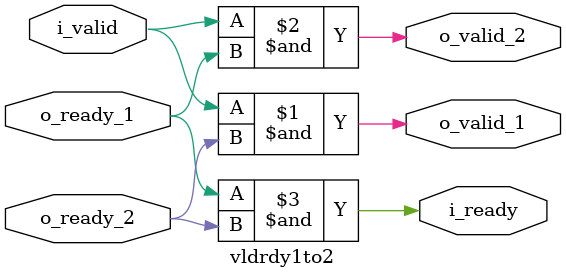
<source format=v>
module vldrdy1to2 #(
// parameter declaration
    )(
// interface declaration
    input                               i_valid         ,
    output                              i_ready         ,

    output                              o_valid_1       ,
    input                               o_ready_1       ,
    output                              o_valid_2       ,
    input                               o_ready_2
    );

// localparam declaration

// *** internal signal declaration ***

// logic description here

//generate block
assign o_valid_1 = i_valid & o_ready_2;
assign o_valid_2 = i_valid & o_ready_1;

assign i_ready = o_ready_1 & o_ready_2;

//inst submodule here

endmodule

</source>
